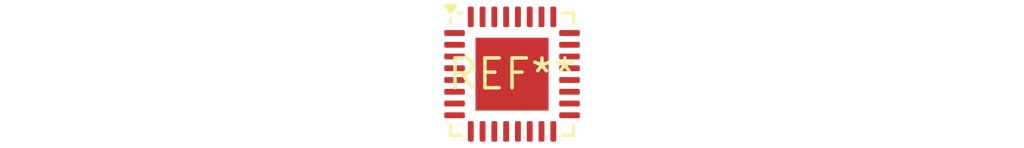
<source format=kicad_pcb>
(kicad_pcb (version 20240108) (generator pcbnew)
  (layers (0 "F.Cu" signal) (31 "B.Cu" signal) (34 "B.Paste" user) (35 "F.Paste" user) (36 "B.SilkS" user "B.Silkscreen") (37 "F.SilkS" user "F.Silkscreen") (38 "B.Mask" user) (39 "F.Mask" user) (44 "Edge.Cuts" user))
  (net 0 "")
  (footprint "QFN-32-1EP_5x5mm_P0.5mm_EP3.1x3.1mm" (layer "F.Cu") (at 0 0)
    (property "Reference" "REF**")
    (property "Value" "QFN-32-1EP_5x5mm_P0.5mm_EP3.1x3.1mm")
    (fp_line (start -2.61 -2.135) (end -2.61 -2.37) (layer "F.SilkS") (stroke (width 0.12)))
    (fp_line (start -2.61 2.61) (end -2.61 2.135) (layer "F.SilkS") (stroke (width 0.12)))
    (fp_line (start -2.135 -2.61) (end -2.31 -2.61) (layer "F.SilkS") (stroke (width 0.12)))
    (fp_line (start -2.135 2.61) (end -2.61 2.61) (layer "F.SilkS") (stroke (width 0.12)))
    (fp_line (start 2.135 -2.61) (end 2.61 -2.61) (layer "F.SilkS") (stroke (width 0.12)))
    (fp_line (start 2.135 2.61) (end 2.61 2.61) (layer "F.SilkS") (stroke (width 0.12)))
    (fp_line (start 2.61 -2.61) (end 2.61 -2.135) (layer "F.SilkS") (stroke (width 0.12)))
    (fp_line (start 2.61 2.61) (end 2.61 2.135) (layer "F.SilkS") (stroke (width 0.12)))
    (fp_poly (pts (xy -2.61 -2.61) (xy -2.85 -2.94) (xy -2.37 -2.94) (xy -2.61 -2.61)) (layer "F.SilkS") (stroke (width 0.12)) (fill solid))
    (pad "1" smd roundrect (at -2.4375 -1.75) (size 0.875 0.25) (layers "F.Cu" "F.Paste" "F.Mask"))
    (pad "2" smd roundrect (at -2.4375 -1.25) (size 0.875 0.25) (layers "F.Cu" "F.Paste" "F.Mask"))
    (pad "3" smd roundrect (at -2.4375 -0.75) (size 0.875 0.25) (layers "F.Cu" "F.Paste" "F.Mask"))
    (pad "4" smd roundrect (at -2.4375 -0.25) (size 0.875 0.25) (layers "F.Cu" "F.Paste" "F.Mask"))
    (pad "5" smd roundrect (at -2.4375 0.25) (size 0.875 0.25) (layers "F.Cu" "F.Paste" "F.Mask"))
    (pad "6" smd roundrect (at -2.4375 0.75) (size 0.875 0.25) (layers "F.Cu" "F.Paste" "F.Mask"))
    (pad "7" smd roundrect (at -2.4375 1.25) (size 0.875 0.25) (layers "F.Cu" "F.Paste" "F.Mask"))
    (pad "8" smd roundrect (at -2.4375 1.75) (size 0.875 0.25) (layers "F.Cu" "F.Paste" "F.Mask"))
    (pad "9" smd roundrect (at -1.75 2.4375) (size 0.25 0.875) (layers "F.Cu" "F.Paste" "F.Mask"))
    (pad "10" smd roundrect (at -1.25 2.4375) (size 0.25 0.875) (layers "F.Cu" "F.Paste" "F.Mask"))
    (pad "11" smd roundrect (at -0.75 2.4375) (size 0.25 0.875) (layers "F.Cu" "F.Paste" "F.Mask"))
    (pad "12" smd roundrect (at -0.25 2.4375) (size 0.25 0.875) (layers "F.Cu" "F.Paste" "F.Mask"))
    (pad "13" smd roundrect (at 0.25 2.4375) (size 0.25 0.875) (layers "F.Cu" "F.Paste" "F.Mask"))
    (pad "14" smd roundrect (at 0.75 2.4375) (size 0.25 0.875) (layers "F.Cu" "F.Paste" "F.Mask"))
    (pad "15" smd roundrect (at 1.25 2.4375) (size 0.25 0.875) (layers "F.Cu" "F.Paste" "F.Mask"))
    (pad "16" smd roundrect (at 1.75 2.4375) (size 0.25 0.875) (layers "F.Cu" "F.Paste" "F.Mask"))
    (pad "17" smd roundrect (at 2.4375 1.75) (size 0.875 0.25) (layers "F.Cu" "F.Paste" "F.Mask"))
    (pad "18" smd roundrect (at 2.4375 1.25) (size 0.875 0.25) (layers "F.Cu" "F.Paste" "F.Mask"))
    (pad "19" smd roundrect (at 2.4375 0.75) (size 0.875 0.25) (layers "F.Cu" "F.Paste" "F.Mask"))
    (pad "20" smd roundrect (at 2.4375 0.25) (size 0.875 0.25) (layers "F.Cu" "F.Paste" "F.Mask"))
    (pad "21" smd roundrect (at 2.4375 -0.25) (size 0.875 0.25) (layers "F.Cu" "F.Paste" "F.Mask"))
    (pad "22" smd roundrect (at 2.4375 -0.75) (size 0.875 0.25) (layers "F.Cu" "F.Paste" "F.Mask"))
    (pad "23" smd roundrect (at 2.4375 -1.25) (size 0.875 0.25) (layers "F.Cu" "F.Paste" "F.Mask"))
    (pad "24" smd roundrect (at 2.4375 -1.75) (size 0.875 0.25) (layers "F.Cu" "F.Paste" "F.Mask"))
    (pad "25" smd roundrect (at 1.75 -2.4375) (size 0.25 0.875) (layers "F.Cu" "F.Paste" "F.Mask"))
    (pad "26" smd roundrect (at 1.25 -2.4375) (size 0.25 0.875) (layers "F.Cu" "F.Paste" "F.Mask"))
    (pad "27" smd roundrect (at 0.75 -2.4375) (size 0.25 0.875) (layers "F.Cu" "F.Paste" "F.Mask"))
    (pad "28" smd roundrect (at 0.25 -2.4375) (size 0.25 0.875) (layers "F.Cu" "F.Paste" "F.Mask"))
    (pad "29" smd roundrect (at -0.25 -2.4375) (size 0.25 0.875) (layers "F.Cu" "F.Paste" "F.Mask"))
    (pad "30" smd roundrect (at -0.75 -2.4375) (size 0.25 0.875) (layers "F.Cu" "F.Paste" "F.Mask"))
    (pad "31" smd roundrect (at -1.25 -2.4375) (size 0.25 0.875) (layers "F.Cu" "F.Paste" "F.Mask"))
    (pad "32" smd roundrect (at -1.75 -2.4375) (size 0.25 0.875) (layers "F.Cu" "F.Paste" "F.Mask"))
    (pad "33" smd rect (at 0 0) (size 3.1 3.1) (property pad_prop_heatsink) (layers "F.Cu" "F.Mask"))
  )
)
</source>
